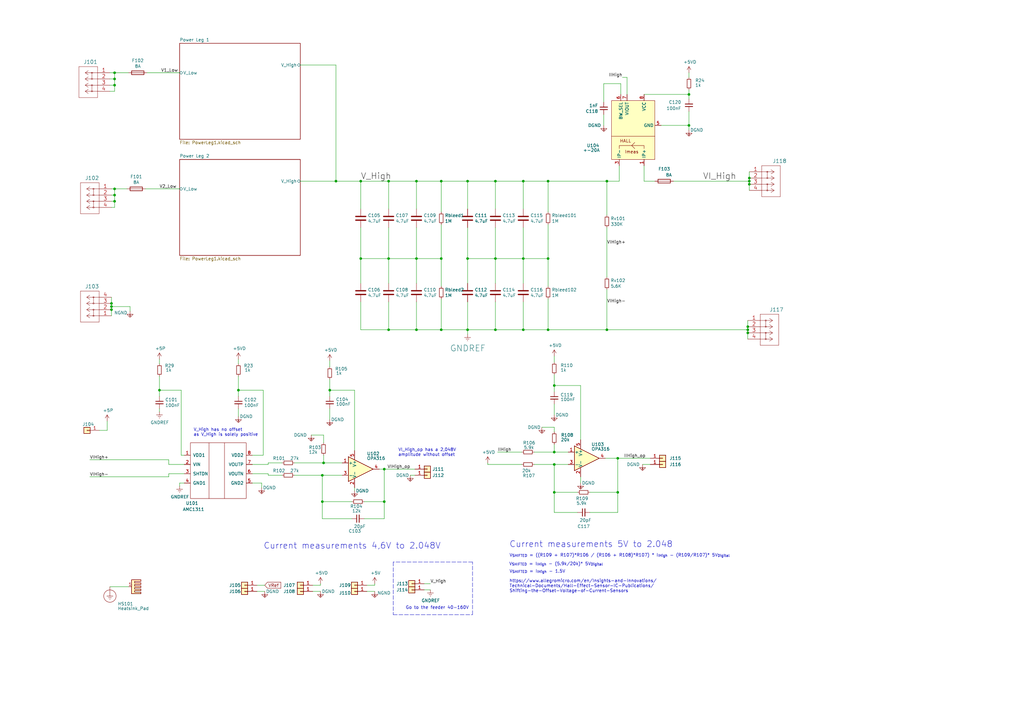
<source format=kicad_sch>
(kicad_sch (version 20211123) (generator eeschema)
  (paper "A3")
  (title_block (title "Power Board Scheme") (date "20/04/15") (company "https://gitlab.laas.fr/owntech/1leg/-/tree/V1.1.1/KiCAD_files") (comment 1 "Alinei") (comment 2 "Villa") (comment 3 "Villa") (comment 4 "GFE"))
  (junction (at 307.34 74.295))
  (junction (at 180.975 135.255))
  (junction (at 46.99 77.47))
  (junction (at 159.385 74.295))
  (junction (at 45.72 124.46))
  (junction (at 253.365 201.93))
  (junction (at 227.33 185.42))
  (junction (at 307.34 73.025))
  (junction (at 282.575 51.435))
  (junction (at 132.207 194.945))
  (junction (at 224.79 135.255))
  (junction (at 306.705 136.525))
  (junction (at 306.705 133.985))
  (junction (at 180.975 106.045))
  (junction (at 227.33 201.93))
  (junction (at 132.715 189.865))
  (junction (at 132.207 205.74))
  (junction (at 137.795 74.295))
  (junction (at 46.99 80.01))
  (junction (at 203.2 106.045))
  (junction (at 282.575 38.735))
  (junction (at 248.92 135.255))
  (junction (at 46.99 29.845))
  (junction (at 203.2 135.255))
  (junction (at 227.33 158.115))
  (junction (at 214.63 106.045))
  (junction (at 45.72 127))
  (junction (at 248.92 74.295))
  (junction (at 191.77 135.255))
  (junction (at 203.2 74.295))
  (junction (at 46.99 82.55))
  (junction (at 214.63 135.255))
  (junction (at 224.79 106.045))
  (junction (at 306.705 135.255))
  (junction (at 97.79 160.02))
  (junction (at 135.255 160.02))
  (junction (at 180.975 74.295))
  (junction (at 307.34 75.565))
  (junction (at 224.79 74.295))
  (junction (at 191.77 106.045))
  (junction (at 170.815 135.255))
  (junction (at 159.385 106.045))
  (junction (at 191.77 74.295))
  (junction (at 147.955 106.045))
  (junction (at 227.33 190.5))
  (junction (at 159.385 135.255))
  (junction (at 170.815 74.295))
  (junction (at 147.955 74.295))
  (junction (at 46.99 32.385))
  (junction (at 157.607 205.74))
  (junction (at 45.72 125.73))
  (junction (at 65.405 160.02))
  (junction (at 253.365 187.96))
  (junction (at 170.815 106.045))
  (junction (at 214.63 74.295))
  (junction (at 46.99 34.925))
  (junction (at 157.607 192.405))
  (wire (pts (xy 307.34 73.025) (xy 307.34 74.295)))
  (wire (pts (xy 227.33 182.245) (xy 227.33 185.42)))
  (wire (pts (xy 157.607 192.405) (xy 170.18 192.405)))
  (wire (pts (xy 247.65 46.99) (xy 247.65 51.435)))
  (wire (pts (xy 224.79 122.555) (xy 224.79 135.255)))
  (wire (pts (xy 137.795 74.295) (xy 147.955 74.295)))
  (polyline (pts (xy 161.29 230.505) (xy 161.29 252.095)))
  (wire (pts (xy 159.385 93.345) (xy 159.385 106.045)))
  (wire (pts (xy 149.352 205.74) (xy 157.607 205.74)))
  (wire (pts (xy 46.99 82.55) (xy 46.99 85.09)))
  (wire (pts (xy 180.975 122.555) (xy 180.975 135.255)))
  (wire (pts (xy 214.63 135.255) (xy 224.79 135.255)))
  (wire (pts (xy 65.405 167.64) (xy 65.405 168.91)))
  (wire (pts (xy 144.272 212.725) (xy 132.207 212.725)))
  (wire (pts (xy 203.2 106.045) (xy 214.63 106.045)))
  (wire (pts (xy 253.365 201.93) (xy 253.365 187.96)))
  (wire (pts (xy 132.207 194.945) (xy 140.335 194.945)))
  (wire (pts (xy 253.365 210.185) (xy 253.365 201.93)))
  (wire (pts (xy 170.815 106.045) (xy 170.815 116.205)))
  (wire (pts (xy 254.635 38.735) (xy 254.635 34.29)))
  (wire (pts (xy 150.495 242.57) (xy 153.67 242.57)))
  (wire (pts (xy 65.405 154.305) (xy 65.405 160.02)))
  (wire (pts (xy 45.72 125.73) (xy 53.34 125.73)))
  (wire (pts (xy 153.67 240.03) (xy 150.495 240.03)))
  (wire (pts (xy 159.385 106.045) (xy 159.385 116.205)))
  (wire (pts (xy 128.27 242.57) (xy 131.445 242.57)))
  (wire (pts (xy 73.66 198.12) (xy 73.66 199.39)))
  (wire (pts (xy 107.95 160.02) (xy 107.95 186.69)))
  (wire (pts (xy 214.63 93.345) (xy 214.63 106.045)))
  (wire (pts (xy 264.16 67.945) (xy 264.16 74.295)))
  (wire (pts (xy 282.575 36.83) (xy 282.575 38.735)))
  (wire (pts (xy 276.225 74.295) (xy 307.34 74.295)))
  (wire (pts (xy 203.2 135.255) (xy 214.63 135.255)))
  (wire (pts (xy 191.77 85.725) (xy 191.77 74.295)))
  (wire (pts (xy 45.085 37.465) (xy 46.99 37.465)))
  (wire (pts (xy 248.92 118.745) (xy 248.92 135.255)))
  (wire (pts (xy 132.715 181.61) (xy 132.715 178.435)))
  (wire (pts (xy 131.445 240.03) (xy 128.27 240.03)))
  (wire (pts (xy 97.79 160.02) (xy 107.95 160.02)))
  (wire (pts (xy 46.99 29.845) (xy 45.085 29.845)))
  (wire (pts (xy 46.99 37.465) (xy 46.99 34.925)))
  (wire (pts (xy 145.415 184.785) (xy 145.415 160.02)))
  (wire (pts (xy 204.089 185.42) (xy 213.995 185.42)))
  (wire (pts (xy 149.352 212.725) (xy 157.607 212.725)))
  (wire (pts (xy 59.69 77.47) (xy 73.66 77.47)))
  (wire (pts (xy 170.18 194.945) (xy 168.275 194.945)))
  (wire (pts (xy 176.53 239.395) (xy 173.99 239.395)))
  (wire (pts (xy 43.942 172.72) (xy 43.942 176.53)))
  (wire (pts (xy 147.955 74.295) (xy 159.385 74.295)))
  (wire (pts (xy 52.07 77.47) (xy 46.99 77.47)))
  (wire (pts (xy 306.705 136.525) (xy 306.705 139.065)))
  (wire (pts (xy 97.79 154.305) (xy 97.79 160.02)))
  (wire (pts (xy 248.92 88.265) (xy 248.92 74.295)))
  (wire (pts (xy 170.815 123.825) (xy 170.815 135.255)))
  (wire (pts (xy 170.815 93.345) (xy 170.815 106.045)))
  (wire (pts (xy 147.955 135.255) (xy 159.385 135.255)))
  (wire (pts (xy 69.215 188.595) (xy 36.83 188.595)))
  (wire (pts (xy 238.125 158.115) (xy 238.125 180.34)))
  (wire (pts (xy 191.77 74.295) (xy 203.2 74.295)))
  (wire (pts (xy 180.975 86.995) (xy 180.975 74.295)))
  (wire (pts (xy 97.79 147.32) (xy 97.79 149.225)))
  (wire (pts (xy 159.385 85.725) (xy 159.385 74.295)))
  (wire (pts (xy 248.92 93.345) (xy 248.92 113.665)))
  (wire (pts (xy 236.855 201.93) (xy 227.33 201.93)))
  (wire (pts (xy 159.385 123.825) (xy 159.385 135.255)))
  (wire (pts (xy 214.63 74.295) (xy 224.79 74.295)))
  (wire (pts (xy 227.33 146.05) (xy 227.33 148.59)))
  (wire (pts (xy 45.72 125.73) (xy 45.72 124.46)))
  (wire (pts (xy 132.715 189.865) (xy 140.335 189.865)))
  (wire (pts (xy 236.855 210.185) (xy 227.33 210.185)))
  (wire (pts (xy 227.33 175.26) (xy 227.33 177.165)))
  (wire (pts (xy 105.41 242.57) (xy 108.585 242.57)))
  (wire (pts (xy 153.67 239.395) (xy 153.67 240.03)))
  (wire (pts (xy 203.2 106.045) (xy 203.2 116.205)))
  (wire (pts (xy 147.955 123.825) (xy 147.955 135.255)))
  (wire (pts (xy 74.295 186.69) (xy 75.565 186.69)))
  (wire (pts (xy 241.935 210.185) (xy 253.365 210.185)))
  (wire (pts (xy 266.7 190.5) (xy 263.525 190.5)))
  (wire (pts (xy 159.385 135.255) (xy 170.815 135.255)))
  (wire (pts (xy 147.955 106.045) (xy 147.955 116.205)))
  (wire (pts (xy 238.125 195.58) (xy 238.125 198.12)))
  (wire (pts (xy 97.79 160.02) (xy 97.79 162.56)))
  (wire (pts (xy 307.34 70.485) (xy 307.34 73.025)))
  (polyline (pts (xy 193.802 230.505) (xy 161.29 230.505)))
  (wire (pts (xy 191.77 106.045) (xy 203.2 106.045)))
  (wire (pts (xy 46.99 77.47) (xy 46.99 80.01)))
  (wire (pts (xy 224.79 135.255) (xy 248.92 135.255)))
  (wire (pts (xy 65.405 160.02) (xy 65.405 162.56)))
  (wire (pts (xy 214.63 85.725) (xy 214.63 74.295)))
  (wire (pts (xy 115.697 189.865) (xy 109.982 189.865)))
  (wire (pts (xy 306.705 133.985) (xy 306.705 131.445)))
  (wire (pts (xy 254.635 34.29) (xy 247.65 34.29)))
  (wire (pts (xy 45.085 34.925) (xy 46.99 34.925)))
  (wire (pts (xy 69.215 194.31) (xy 69.215 195.58)))
  (wire (pts (xy 203.2 123.825) (xy 203.2 135.255)))
  (wire (pts (xy 45.72 124.46) (xy 45.72 121.92)))
  (wire (pts (xy 224.79 92.075) (xy 224.79 106.045)))
  (wire (pts (xy 65.405 147.32) (xy 65.405 149.225)))
  (wire (pts (xy 307.34 75.565) (xy 307.34 78.105)))
  (wire (pts (xy 75.565 198.12) (xy 73.66 198.12)))
  (wire (pts (xy 52.705 240.665) (xy 45.085 240.665)))
  (wire (pts (xy 65.405 160.02) (xy 74.295 160.02)))
  (wire (pts (xy 43.942 176.53) (xy 40.767 176.53)))
  (wire (pts (xy 264.16 38.735) (xy 282.575 38.735)))
  (wire (pts (xy 191.77 135.255) (xy 203.2 135.255)))
  (wire (pts (xy 227.33 160.655) (xy 227.33 158.115)))
  (wire (pts (xy 45.72 82.55) (xy 46.99 82.55)))
  (wire (pts (xy 120.777 189.865) (xy 132.715 189.865)))
  (wire (pts (xy 170.815 135.255) (xy 180.975 135.255)))
  (wire (pts (xy 127.635 178.435) (xy 132.715 178.435)))
  (wire (pts (xy 45.72 125.73) (xy 45.72 127)))
  (wire (pts (xy 132.207 212.725) (xy 132.207 205.74)))
  (wire (pts (xy 145.415 200.025) (xy 145.415 201.295)))
  (wire (pts (xy 135.255 155.575) (xy 135.255 160.02)))
  (wire (pts (xy 255.27 31.75) (xy 257.175 31.75)))
  (wire (pts (xy 203.2 74.295) (xy 214.63 74.295)))
  (wire (pts (xy 282.575 45.72) (xy 282.575 51.435)))
  (wire (pts (xy 137.795 26.67) (xy 137.795 74.295)))
  (wire (pts (xy 157.607 212.725) (xy 157.607 205.74)))
  (wire (pts (xy 123.19 26.67) (xy 137.795 26.67)))
  (wire (pts (xy 132.207 205.74) (xy 144.272 205.74)))
  (wire (pts (xy 219.075 185.42) (xy 227.33 185.42)))
  (wire (pts (xy 157.607 192.405) (xy 157.607 205.74)))
  (wire (pts (xy 46.99 85.09) (xy 45.72 85.09)))
  (wire (pts (xy 157.607 192.405) (xy 155.575 192.405)))
  (wire (pts (xy 147.955 106.045) (xy 159.385 106.045)))
  (wire (pts (xy 180.975 117.475) (xy 180.975 106.045)))
  (wire (pts (xy 306.705 135.255) (xy 306.705 133.985)))
  (wire (pts (xy 180.975 135.255) (xy 191.77 135.255)))
  (wire (pts (xy 103.505 194.31) (xy 109.982 194.31)))
  (wire (pts (xy 53.34 127.635) (xy 53.34 125.73)))
  (wire (pts (xy 103.505 198.12) (xy 107.315 198.12)))
  (wire (pts (xy 248.92 135.255) (xy 306.705 135.255)))
  (wire (pts (xy 224.79 117.475) (xy 224.79 106.045)))
  (wire (pts (xy 224.79 74.295) (xy 248.92 74.295)))
  (wire (pts (xy 46.99 34.925) (xy 46.99 32.385)))
  (wire (pts (xy 109.982 189.865) (xy 109.982 190.5)))
  (wire (pts (xy 180.975 92.075) (xy 180.975 106.045)))
  (wire (pts (xy 248.285 187.96) (xy 253.365 187.96)))
  (wire (pts (xy 69.215 190.5) (xy 69.215 188.595)))
  (wire (pts (xy 282.575 38.735) (xy 282.575 40.64)))
  (wire (pts (xy 135.255 147.955) (xy 135.255 150.495)))
  (wire (pts (xy 282.575 51.435) (xy 282.575 53.34)))
  (wire (pts (xy 200.025 190.5) (xy 213.995 190.5)))
  (wire (pts (xy 227.33 201.93) (xy 227.33 190.5)))
  (wire (pts (xy 203.2 93.345) (xy 203.2 106.045)))
  (wire (pts (xy 271.145 51.435) (xy 282.575 51.435)))
  (wire (pts (xy 173.99 241.935) (xy 176.53 241.935)))
  (wire (pts (xy 147.955 85.725) (xy 147.955 74.295)))
  (wire (pts (xy 224.79 86.995) (xy 224.79 74.295)))
  (wire (pts (xy 109.982 190.5) (xy 103.505 190.5)))
  (wire (pts (xy 180.975 74.295) (xy 191.77 74.295)))
  (wire (pts (xy 36.83 195.58) (xy 69.215 195.58)))
  (wire (pts (xy 46.99 80.01) (xy 46.99 82.55)))
  (wire (pts (xy 109.982 194.31) (xy 109.982 194.945)))
  (wire (pts (xy 203.2 85.725) (xy 203.2 74.295)))
  (wire (pts (xy 105.41 240.03) (xy 108.585 240.03)))
  (wire (pts (xy 200.025 190.5) (xy 200.025 189.865)))
  (wire (pts (xy 45.72 127) (xy 45.72 129.54)))
  (wire (pts (xy 227.33 190.5) (xy 233.045 190.5)))
  (wire (pts (xy 191.77 106.045) (xy 191.77 116.205)))
  (polyline (pts (xy 193.802 252.095) (xy 193.802 230.505)))
  (wire (pts (xy 135.255 160.02) (xy 145.415 160.02)))
  (wire (pts (xy 75.565 194.31) (xy 69.215 194.31)))
  (wire (pts (xy 74.295 160.02) (xy 74.295 186.69)))
  (wire (pts (xy 227.33 165.735) (xy 227.33 170.18)))
  (wire (pts (xy 45.72 80.01) (xy 46.99 80.01)))
  (wire (pts (xy 247.65 34.29) (xy 247.65 41.91)))
  (polyline (pts (xy 161.29 252.095) (xy 193.802 252.095)))
  (wire (pts (xy 257.175 38.735) (xy 257.175 31.75)))
  (wire (pts (xy 180.975 106.045) (xy 170.815 106.045)))
  (wire (pts (xy 227.33 158.115) (xy 238.125 158.115)))
  (wire (pts (xy 170.815 85.725) (xy 170.815 74.295)))
  (wire (pts (xy 60.325 29.845) (xy 73.66 29.845)))
  (wire (pts (xy 191.77 123.825) (xy 191.77 135.255)))
  (wire (pts (xy 123.19 74.295) (xy 137.795 74.295)))
  (wire (pts (xy 214.63 106.045) (xy 214.63 116.205)))
  (wire (pts (xy 248.92 74.295) (xy 254 74.295)))
  (wire (pts (xy 214.63 123.825) (xy 214.63 135.255)))
  (wire (pts (xy 241.935 201.93) (xy 253.365 201.93)))
  (wire (pts (xy 75.565 190.5) (xy 69.215 190.5)))
  (wire (pts (xy 191.77 93.345) (xy 191.77 106.045)))
  (wire (pts (xy 131.445 239.395) (xy 131.445 240.03)))
  (wire (pts (xy 306.705 135.255) (xy 306.705 136.525)))
  (wire (pts (xy 120.777 194.945) (xy 132.207 194.945)))
  (wire (pts (xy 222.25 175.26) (xy 227.33 175.26)))
  (wire (pts (xy 132.715 186.69) (xy 132.715 189.865)))
  (wire (pts (xy 227.33 153.67) (xy 227.33 158.115)))
  (wire (pts (xy 264.16 74.295) (xy 268.605 74.295)))
  (wire (pts (xy 224.79 106.045) (xy 214.63 106.045)))
  (wire (pts (xy 107.315 198.12) (xy 107.315 200.025)))
  (wire (pts (xy 135.255 167.64) (xy 135.255 172.085)))
  (wire (pts (xy 227.33 210.185) (xy 227.33 201.93)))
  (wire (pts (xy 132.207 194.945) (xy 132.207 205.74)))
  (wire (pts (xy 46.99 32.385) (xy 46.99 29.845)))
  (wire (pts (xy 254 67.945) (xy 254 74.295)))
  (wire (pts (xy 159.385 74.295) (xy 170.815 74.295)))
  (wire (pts (xy 282.575 29.845) (xy 282.575 31.75)))
  (wire (pts (xy 46.99 77.47) (xy 45.72 77.47)))
  (wire (pts (xy 159.385 106.045) (xy 170.815 106.045)))
  (wire (pts (xy 307.34 74.295) (xy 307.34 75.565)))
  (wire (pts (xy 147.955 93.345) (xy 147.955 106.045)))
  (wire (pts (xy 45.085 32.385) (xy 46.99 32.385)))
  (wire (pts (xy 97.79 167.64) (xy 97.79 170.815)))
  (wire (pts (xy 109.982 194.945) (xy 115.697 194.945)))
  (wire (pts (xy 219.075 190.5) (xy 227.33 190.5)))
  (wire (pts (xy 233.045 185.42) (xy 227.33 185.42)))
  (wire (pts (xy 135.255 162.56) (xy 135.255 160.02)))
  (wire (pts (xy 103.505 186.69) (xy 107.95 186.69)))
  (wire (pts (xy 52.705 29.845) (xy 46.99 29.845)))
  (wire (pts (xy 253.365 187.96) (xy 266.7 187.96)))
  (wire (pts (xy 170.815 74.295) (xy 180.975 74.295)))
  (wire (pts (xy 191.77 135.255) (xy 191.77 137.16)))
  (text "https://www.allegromicro.com/en/Insights-and-Innovations/\nTechnical-Documents/Hall-Effect-Sensor-IC-Publications/\nShifting-the-Offset-Voltage-of-Current-Sensors" (at 208.915 243.205 0) (effects (font (size 1.27 1.27)) (justify left bottom)))
  (text "V_{SHIFTED} = I_{IHigh} - 1.5V\n" (at 208.915 235.204 0) (effects (font (size 1.27 1.27)) (justify left bottom)))
  (text "Go to the feeder 40-160V" (at 166.37 250.063 0) (effects (font (size 1.27 1.27)) (justify left bottom)))
  (text "V_{SHIFTED} = I_{IHigh} - (5.9k/20k)* 5V_{Digital}" (at 208.788 232.156 0) (effects (font (size 1.27 1.27)) (justify left bottom)))
  (text "V_High has no offset \nas V_High is solely positive\n" (at 79.375 179.07 0) (effects (font (size 1.2446 1.2446)) (justify left bottom)))
  (text "VI_High_op has a 2,048V \namplitude without offset" (at 163.322 187.325 0) (effects (font (size 1.2446 1.2446)) (justify left bottom)))
  (text "Current measurements 5V to 2.048\n" (at 208.915 224.79 0) (effects (font (size 2.4892 2.4892)) (justify left bottom)))
  (text "Current measurements 4,6V to 2.048V\n" (at 108.077 225.425 0) (effects (font (size 2.4892 2.4892)) (justify left bottom)))
  (text "V_{SHIFTED} = ((R109 + R107)*R106 / (R106 + R108)*R107) * I_{IHigh} - (R109/R107)* 5V_{Digital}" (at 208.915 228.6 0) (effects (font (size 1.27 1.27)) (justify left bottom)))
  (label "VIHigh-" (at 36.83 195.58 0))
  (label "VI_High" (at 288.29 74.295 0) (effects (font (size 2.4892 2.4892))))
  (label "V2_Low" (at 65.405 77.47 0))
  (label "V_High" (at 147.955 74.295 0) (effects (font (size 2.4892 2.4892))))
  (label "V_High" (at 176.53 239.395 0))
  (label "V1_Low" (at 66.04 29.845 0))
  (label "VIHigh-" (at 248.92 124.46 0))
  (label "VIHigh+" (at 36.83 188.595 0))
  (label "IIHigh_op" (at 255.905 187.96 0))
  (label "IIHigh" (at 255.27 31.75 180))
  (label "VIHigh_op" (at 158.877 192.405 0))
  (label "VIHigh+" (at 248.92 100.33 0))
  (label "IIHigh" (at 204.089 185.42 0))
  (global_label "VRef" (shape input) (at 108.585 240.03 0) (property "Références Inter-Feuilles" "${INTERSHEET_REFS}" (effects hide)))
  (symbol (lib_id "Symbols:ACS723") (at 260.35 55.245 270) (mirror x) (unit 1)
    (property "Reference" "U104" (at 243.205 59.69 90))
    (property "Value" "+-20A" (at 242.57 61.595 90))
    (property "Footprint" "Package_SO:SOIC-8_3.9x4.9mm_P1.27mm" (effects hide))
    (property "Datasheet" "http://www.allegromicro.com/~/media/Files/Datasheets/ACS712-Datasheet.ashx?la=en" (effects hide))
    (property "manf#" "ACS712ELCTR-20A-T" (effects hide))
  )
  (symbol (lib_name "C_Small_2") (lib_id "Device:C_Small") (at 282.575 43.18 180) (unit 1)
    (property "Reference" "C120" (at 279.4 41.91 0) (effects (justify left)))
    (property "Value" "100nF" (at 279.4 44.45 0) (effects (justify left)))
    (property "Footprint" "Capacitor_SMD:C_1206_3216Metric" (effects hide))
    (property "manf#" "CC0805KRX7R9BB104" (effects hide))
  )
  (symbol (lib_name "C_Small_3") (lib_id "Device:C_Small") (at 247.65 44.45 180) (unit 1)
    (property "Reference" "C118" (at 245.3132 45.6184 0) (effects (justify left)))
    (property "Value" "1nF" (at 245.3132 43.307 0) (effects (justify left)))
    (property "Footprint" "Capacitor_SMD:C_0805_2012Metric" (effects hide))
    (property "manf#" "885382207004" (effects hide))
  )
  (symbol (lib_id "Device:C") (at 147.955 89.535 0) (unit 1)
    (property "Reference" "C105" (at 150.876 88.3666 0) (effects (justify left)))
    (property "Value" "4.7uF" (at 150.876 90.678 0) (effects (justify left)))
    (property "Footprint" "Capacitor_SMD:C_1210_3225Metric" (effects hide))
    (property "manf#" "12101C475K4Z2A" (effects hide))
  )
  (symbol (lib_id "Symbols:2604-1102") (at 35.56 124.46 180) (unit 1)
    (property "Reference" "J103" (at 40.64 117.475 0) (effects (font (size 1.524 1.524)) (justify left)))
    (property "Value" "2604-1102" (effects hide))
    (property "Footprint" "Footprints:WAGO-2604-1102" (effects hide))
    (property "Datasheet" "https://www.wago.com/fr/connexion-de-circuits-imprim%C3%A9s/borne-pour-circuits-imprim%C3%A9s/p/2604-1102" (effects hide))
    (property "manf#" "2604-1102" (effects hide))
  )
  (symbol (lib_id "Symbols:2604-1102") (at 316.865 136.525 0) (unit 1)
    (property "Reference" "J117" (at 315.595 127 0) (effects (font (size 1.524 1.524)) (justify left)))
    (property "Value" "2604-1102" (effects hide))
    (property "Footprint" "Footprints:WAGO-2604-1102" (effects hide))
    (property "Datasheet" "https://www.wago.com/fr/connexion-de-circuits-imprim%C3%A9s/borne-pour-circuits-imprim%C3%A9s/p/2604-1102" (effects hide))
    (property "manf#" "2604-1102" (effects hide))
  )
  (symbol (lib_id "Symbols:2604-1102") (at 317.5 75.565 0) (unit 1)
    (property "Reference" "J118" (at 316.865 66.04 0) (effects (font (size 1.524 1.524)) (justify left)))
    (property "Value" "2604-1102" (effects hide))
    (property "Footprint" "Footprints:WAGO-2604-1102" (effects hide))
    (property "Datasheet" "https://www.wago.com/fr/connexion-de-circuits-imprim%C3%A9s/borne-pour-circuits-imprim%C3%A9s/p/2604-1102" (effects hide))
    (property "manf#" "2604-1102" (effects hide))
  )
  (symbol (lib_name "R_Small_4") (lib_id "Device:R_Small") (at 224.79 89.535 0) (unit 1)
    (property "Reference" "Rbleed101" (at 226.2886 88.3666 0) (effects (justify left)))
    (property "Value" "1M" (at 226.2886 90.678 0) (effects (justify left)))
    (property "Footprint" "Resistor_SMD:R_0805_2012Metric" (effects hide))
    (property "manf#" "CMP0805-FX-1004ELF" (effects hide))
  )
  (symbol (lib_name "R_Small_7") (lib_id "Device:R_Small") (at 224.79 120.015 0) (unit 1)
    (property "Reference" "Rbleed102" (at 226.2886 118.8466 0) (effects (justify left)))
    (property "Value" "1M" (at 226.2886 121.158 0) (effects (justify left)))
    (property "Footprint" "Resistor_SMD:R_0805_2012Metric" (effects hide))
    (property "manf#" "CMP0805-FX-1004ELF" (effects hide))
  )
  (symbol (lib_name "R_Small_5") (lib_id "Device:R_Small") (at 248.92 90.805 0) (unit 1)
    (property "Reference" "Rv101" (at 250.4186 89.6366 0) (effects (justify left)))
    (property "Value" "330K" (at 250.4186 91.948 0) (effects (justify left)))
    (property "Footprint" "Resistor_SMD:R_0805_2012Metric" (effects hide))
    (property "manf#" "RG2012P-334-B-T5" (effects hide))
  )
  (symbol (lib_name "R_Small_6") (lib_id "Device:R_Small") (at 248.92 116.205 0) (unit 1)
    (property "Reference" "Rv102" (at 250.4186 115.0366 0) (effects (justify left)))
    (property "Value" "5.6K" (at 250.4186 117.348 0) (effects (justify left)))
    (property "Footprint" "Resistor_SMD:R_0805_2012Metric" (effects hide))
    (property "manf#" "ERA-6AEB562V" (effects hide))
  )
  (symbol (lib_name "C_5") (lib_id "Device:C") (at 159.385 89.535 0) (unit 1)
    (property "Reference" "C107" (at 162.306 88.3666 0) (effects (justify left)))
    (property "Value" "4.7uF" (at 162.306 90.678 0) (effects (justify left)))
    (property "Footprint" "Capacitor_SMD:C_1210_3225Metric" (effects hide))
    (property "manf#" "12101C475K4Z2A" (effects hide))
  )
  (symbol (lib_name "C_7") (lib_id "Device:C") (at 170.815 89.535 0) (unit 1)
    (property "Reference" "C109" (at 173.736 88.3666 0) (effects (justify left)))
    (property "Value" "4.7uF" (at 173.736 90.678 0) (effects (justify left)))
    (property "Footprint" "Capacitor_SMD:C_1210_3225Metric" (effects hide))
    (property "manf#" "12101C475K4Z2A" (effects hide))
  )
  (symbol (lib_name "C_6") (lib_id "Device:C") (at 191.77 89.535 0) (unit 1)
    (property "Reference" "C111" (at 194.691 88.3666 0) (effects (justify left)))
    (property "Value" "4.7uF" (at 194.691 90.678 0) (effects (justify left)))
    (property "Footprint" "Capacitor_SMD:C_1210_3225Metric" (effects hide))
    (property "manf#" "12101C475K4Z2A" (effects hide))
  )
  (symbol (lib_name "C_8") (lib_id "Device:C") (at 203.2 89.535 0) (unit 1)
    (property "Reference" "C113" (at 206.121 88.3666 0) (effects (justify left)))
    (property "Value" "4.7uF" (at 206.121 90.678 0) (effects (justify left)))
    (property "Footprint" "Capacitor_SMD:C_1210_3225Metric" (effects hide))
    (property "manf#" "12101C475K4Z2A" (effects hide))
  )
  (symbol (lib_name "C_9") (lib_id "Device:C") (at 214.63 89.535 0) (unit 1)
    (property "Reference" "C115" (at 217.551 88.3666 0) (effects (justify left)))
    (property "Value" "4.7uF" (at 217.551 90.678 0) (effects (justify left)))
    (property "Footprint" "Capacitor_SMD:C_1210_3225Metric" (effects hide))
    (property "manf#" "12101C475K4Z2A" (effects hide))
  )
  (symbol (lib_name "C_11") (lib_id "Device:C") (at 147.955 120.015 0) (unit 1)
    (property "Reference" "C106" (at 150.876 118.8466 0) (effects (justify left)))
    (property "Value" "4.7uF" (at 150.876 121.158 0) (effects (justify left)))
    (property "Footprint" "Capacitor_SMD:C_1210_3225Metric" (effects hide))
    (property "manf#" "12101C475K4Z2A" (effects hide))
  )
  (symbol (lib_name "C_1") (lib_id "Device:C") (at 159.385 120.015 0) (unit 1)
    (property "Reference" "C108" (at 162.306 118.8466 0) (effects (justify left)))
    (property "Value" "4.7uF" (at 162.306 121.158 0) (effects (justify left)))
    (property "Footprint" "Capacitor_SMD:C_1210_3225Metric" (effects hide))
    (property "manf#" "12101C475K4Z2A" (effects hide))
  )
  (symbol (lib_name "C_2") (lib_id "Device:C") (at 170.815 120.015 0) (unit 1)
    (property "Reference" "C110" (at 173.736 118.8466 0) (effects (justify left)))
    (property "Value" "4.7uF" (at 173.736 121.158 0) (effects (justify left)))
    (property "Footprint" "Capacitor_SMD:C_1210_3225Metric" (effects hide))
    (property "manf#" "12101C475K4Z2A" (effects hide))
  )
  (symbol (lib_name "C_3") (lib_id "Device:C") (at 191.77 120.015 0) (unit 1)
    (property "Reference" "C112" (at 194.691 118.8466 0) (effects (justify left)))
    (property "Value" "4.7uF" (at 194.691 121.158 0) (effects (justify left)))
    (property "Footprint" "Capacitor_SMD:C_1210_3225Metric" (effects hide))
    (property "manf#" "12101C475K4Z2A" (effects hide))
  )
  (symbol (lib_name "C_4") (lib_id "Device:C") (at 203.2 120.015 0) (unit 1)
    (property "Reference" "C114" (at 206.121 118.8466 0) (effects (justify left)))
    (property "Value" "4.7uF" (at 206.121 121.158 0) (effects (justify left)))
    (property "Footprint" "Capacitor_SMD:C_1210_3225Metric" (effects hide))
    (property "manf#" "12101C475K4Z2A" (effects hide))
  )
  (symbol (lib_name "C_10") (lib_id "Device:C") (at 214.63 120.015 0) (unit 1)
    (property "Reference" "C116" (at 217.551 118.8466 0) (effects (justify left)))
    (property "Value" "4.7uF" (at 217.551 121.158 0) (effects (justify left)))
    (property "Footprint" "Capacitor_SMD:C_1210_3225Metric" (effects hide))
    (property "manf#" "12101C475K4Z2A" (effects hide))
  )
  (symbol (lib_id "Mechanical:Heatsink_Pad") (at 55.245 240.665 270) (unit 1)
    (property "Reference" "HS101" (at 48.26 247.65 90) (effects (justify left)))
    (property "Value" "Heatsink_Pad" (at 48.26 249.555 90) (effects (justify left)))
    (property "Footprint" "Footprints:custom_heatsink" (effects hide))
    (property "DNP" "x" (effects hide))
  )
  (symbol (lib_id "Symbols:AMC1311") (at 89.535 194.31 0) (unit 1)
    (property "Reference" "U101" (at 78.74 206.375 0))
    (property "Value" "AMC1311" (at 79.375 208.915 0))
    (property "Footprint" "Footprints:SOIC-8_7.5x5.85mm_P1.27mm" (effects hide))
    (property "Datasheet" "https://www.ti.com/lit/ds/symlink/amc1311.pdf?ts=1597049043074&ref_url=https%253A%252F%252Fwww.google.com%252F" (effects hide))
    (property "manf#" "AMC1311DWVR" (effects hide))
  )
  (symbol (lib_name "Conn_01x01_1") (lib_id "Connector_Generic:Conn_01x01") (at 271.78 190.5 0) (unit 1)
    (property "Reference" "J116" (at 279.4 190.5 0) (effects (justify right)))
    (property "Value" "Conn_01x01" (effects hide))
    (property "Footprint" "Footprints:0906_millmax" (effects hide))
    (property "manf#" "0906-0-15-20-76-14-11-0" (effects hide))
  )
  (symbol (lib_name "Conn_01x01_12") (lib_id "Connector_Generic:Conn_01x01") (at 145.415 242.57 180) (unit 1)
    (property "Reference" "J110" (at 139.065 243.205 0) (effects (justify right)))
    (property "Value" "Conn_01x01" (effects hide))
    (property "Footprint" "Footprints:0906_millmax" (effects hide))
    (property "manf#" "0906-0-15-20-76-14-11-0" (effects hide))
  )
  (symbol (lib_id "Connector_Generic:Conn_01x01") (at 145.415 240.03 180) (unit 1)
    (property "Reference" "J109" (at 139.065 240.03 0) (effects (justify right)))
    (property "Value" "Conn_01x01" (effects hide))
    (property "Footprint" "Footprints:0906_millmax" (effects hide))
    (property "manf#" "0906-0-15-20-76-14-11-0" (effects hide))
  )
  (symbol (lib_name "Fuse_1") (lib_id "Device:Fuse") (at 272.415 74.295 270) (unit 1)
    (property "Reference" "F103" (at 272.415 69.2912 90))
    (property "Value" "8A" (at 274.32 71.755 90))
    (property "Footprint" "Footprints:Fuse_holder_omni_blok" (effects hide))
    (property "manf#" "0154008.DRL" (effects hide))
  )
  (symbol (lib_name "C_Small_1") (lib_id "Device:C_Small") (at 227.33 163.195 0) (unit 1)
    (property "Reference" "C119" (at 229.87 161.925 0) (effects (justify left)))
    (property "Value" "100nF" (at 229.87 163.83 0) (effects (justify left)))
    (property "Footprint" "Capacitor_SMD:C_0805_2012Metric" (effects hide))
    (property "manf#" "CC0805KRX7R9BB104" (effects hide))
  )
  (symbol (lib_id "power:+5V") (at 153.67 239.395 0) (unit 1)
    (property "Reference" "#PWR0112" (effects hide))
    (property "Value" "+5V" (at 154.051 235.0008 0))
  )
  (symbol (lib_name "Conn_01x01_4") (lib_id "Connector_Generic:Conn_01x01") (at 175.26 192.405 0) (unit 1)
    (property "Reference" "J111" (at 182.118 192.405 0) (effects (justify right)))
    (property "Value" "Conn_01x01" (effects hide))
    (property "Footprint" "Footprints:0906_millmax" (effects hide))
    (property "manf#" "0906-0-15-20-76-14-11-0" (effects hide))
  )
  (symbol (lib_name "Conn_01x01_3") (lib_id "Connector_Generic:Conn_01x01") (at 175.26 194.945 0) (unit 1)
    (property "Reference" "J112" (at 182.118 194.945 0) (effects (justify right)))
    (property "Value" "Conn_01x01" (effects hide))
    (property "Footprint" "Footprints:0906_millmax" (effects hide))
    (property "manf#" "0906-0-15-20-76-14-11-0" (effects hide))
  )
  (symbol (lib_name "Conn_01x01_7") (lib_id "Connector_Generic:Conn_01x01") (at 100.33 240.03 180) (unit 1)
    (property "Reference" "J105" (at 93.98 240.03 0) (effects (justify right)))
    (property "Value" "Conn_01x01" (effects hide))
    (property "Footprint" "Footprints:0906_millmax" (effects hide))
    (property "manf#" "0906-0-15-20-76-14-11-0" (effects hide))
  )
  (symbol (lib_name "Conn_01x01_5") (lib_id "Connector_Generic:Conn_01x01") (at 35.687 176.53 180) (unit 1)
    (property "Reference" "J104" (at 33.782 173.99 0) (effects (justify right)))
    (property "Value" "Conn_01x01" (effects hide))
    (property "Footprint" "Footprints:0906_millmax" (effects hide))
    (property "manf#" "0906-0-15-20-76-14-11-0" (effects hide))
  )
  (symbol (lib_name "+5P_1") (lib_id "power:+5P") (at 43.942 172.72 0) (unit 1)
    (property "Reference" "#PWR0102" (effects hide))
    (property "Value" "+5P" (at 44.323 168.3258 0))
  )
  (symbol (lib_name "Conn_01x01_2") (lib_id "Connector_Generic:Conn_01x01") (at 271.78 187.96 0) (unit 1)
    (property "Reference" "J115" (at 279.4 187.96 0) (effects (justify right)))
    (property "Value" "Conn_01x01" (effects hide))
    (property "Footprint" "Footprints:0906_millmax" (effects hide))
    (property "manf#" "0906-0-15-20-76-14-11-0" (effects hide))
  )
  (symbol (lib_name "TLV6001DCK_1") (lib_id "Amplifier_Operational:TLV6001DCK") (at 238.125 187.96 0) (unit 1)
    (property "Reference" "U103" (at 242.57 182.245 0) (effects (justify left)))
    (property "Value" "OPA316" (at 242.57 184.15 0) (effects (justify left)))
    (property "Footprint" "Package_TO_SOT_SMD:SOT-353_SC-70-5" (effects hide))
    (property "Datasheet" "http://www.ti.com/lit/ds/symlink/tlv6001.pdf" (effects hide))
    (property "manf#" "OPA316IDCKT" (effects hide))
  )
  (symbol (lib_name "Conn_01x01_8") (lib_id "Connector_Generic:Conn_01x01") (at 123.19 242.57 180) (unit 1)
    (property "Reference" "J108" (at 116.205 242.57 0) (effects (justify right)))
    (property "Value" "Conn_01x01" (effects hide))
    (property "Footprint" "Footprints:0906_millmax" (effects hide))
    (property "manf#" "0906-0-15-20-76-14-11-0" (effects hide))
  )
  (symbol (lib_name "Conn_01x01_9") (lib_id "Connector_Generic:Conn_01x01") (at 123.19 240.03 180) (unit 1)
    (property "Reference" "J107" (at 116.205 240.03 0) (effects (justify right)))
    (property "Value" "Conn_01x01" (effects hide))
    (property "Footprint" "Footprints:0906_millmax" (effects hide))
    (property "manf#" "0906-0-15-20-76-14-11-0" (effects hide))
  )
  (symbol (lib_id "power:+5VD") (at 131.445 239.395 0) (unit 1)
    (property "Reference" "#PWR0110" (effects hide))
    (property "Value" "+5VD" (at 131.826 235.0008 0))
  )
  (symbol (lib_name "+5VD_1") (lib_id "power:+5VD") (at 227.33 146.05 0) (unit 1)
    (property "Reference" "#PWR0115" (effects hide))
    (property "Value" "+5VD" (at 227.711 141.6558 0))
  )
  (symbol (lib_name "R_Small_9") (lib_id "Device:R_Small") (at 216.535 190.5 90) (unit 1)
    (property "Reference" "R107" (at 219.456 195.072 90) (effects (justify left)))
    (property "Value" "20k" (at 217.805 193.04 90) (effects (justify left)))
    (property "Footprint" "Resistor_SMD:R_0805_2012Metric" (effects hide))
    (property "manf#" "ERJ6RED2003V" (effects hide))
  )
  (symbol (lib_name "R_Small_8") (lib_id "Device:R_Small") (at 239.395 201.93 90) (unit 1)
    (property "Reference" "R109" (at 241.3 204.47 90) (effects (justify left)))
    (property "Value" "5.9k" (at 240.665 206.375 90) (effects (justify left)))
    (property "Footprint" "Resistor_SMD:R_0805_2012Metric" (effects hide))
    (property "manf#" "CR0805-FX-8202ELF" (effects hide))
  )
  (symbol (lib_name "R_Small_11") (lib_id "Device:R_Small") (at 118.237 189.865 90) (unit 1)
    (property "Reference" "R101" (at 116.967 187.96 90) (effects (justify left)))
    (property "Value" "27k" (at 122.682 187.96 90) (effects (justify left)))
    (property "Footprint" "Resistor_SMD:R_0805_2012Metric" (effects hide))
    (property "manf#" "RC0805FR-0727KL" (effects hide))
  )
  (symbol (lib_name "R_Small_14") (lib_id "Device:R_Small") (at 118.237 194.945 90) (unit 1)
    (property "Reference" "R102" (at 116.967 193.04 90) (effects (justify left)))
    (property "Value" "27k" (at 122.682 193.04 90) (effects (justify left)))
    (property "Footprint" "Resistor_SMD:R_0805_2012Metric" (effects hide))
    (property "manf#" "RC0805FR-0727KL" (effects hide))
  )
  (symbol (lib_id "Amplifier_Operational:TLV6001DCK") (at 145.415 192.405 0) (unit 1)
    (property "Reference" "U102" (at 150.495 186.055 0) (effects (justify left)))
    (property "Value" "OPA316" (at 150.495 187.96 0) (effects (justify left)))
    (property "Footprint" "Package_TO_SOT_SMD:SOT-353_SC-70-5" (effects hide))
    (property "Datasheet" "http://www.ti.com/lit/ds/symlink/tlv6001.pdf" (effects hide))
    (property "manf#" "OPA316IDCKT" (effects hide))
  )
  (symbol (lib_name "R_Small_13") (lib_id "Device:R_Small") (at 132.715 184.15 0) (unit 1)
    (property "Reference" "R103" (at 126.619 183.515 0) (effects (justify left)))
    (property "Value" "12k" (at 126.619 185.42 0) (effects (justify left)))
    (property "Footprint" "Resistor_SMD:R_0805_2012Metric" (effects hide))
    (property "manf#" "RC0805FR-0712KL" (effects hide))
  )
  (symbol (lib_id "Device:R_Small") (at 146.812 205.74 90) (unit 1)
    (property "Reference" "R104" (at 148.717 207.645 90) (effects (justify left)))
    (property "Value" "12k" (at 148.082 209.55 90) (effects (justify left)))
    (property "Footprint" "Resistor_SMD:R_0805_2012Metric" (effects hide))
    (property "manf#" "RC0805FR-0712KL" (effects hide))
  )
  (symbol (lib_name "Conn_01x01_6") (lib_id "Connector_Generic:Conn_01x01") (at 100.33 242.57 180) (unit 1)
    (property "Reference" "J106" (at 93.98 242.57 0) (effects (justify right)))
    (property "Value" "Conn_01x01" (effects hide))
    (property "Footprint" "Footprints:0906_millmax" (effects hide))
    (property "manf#" "0906-0-15-20-76-14-11-0" (effects hide))
  )
  (symbol (lib_name "Conn_01x01_10") (lib_id "Connector_Generic:Conn_01x01") (at 168.91 239.395 180) (unit 1)
    (property "Reference" "J113" (at 162.56 239.395 0) (effects (justify right)))
    (property "Value" "Conn_01x01" (effects hide))
    (property "Footprint" "Footprints:0906_millmax" (effects hide))
    (property "manf#" "0906-0-15-20-76-14-11-0" (effects hide))
  )
  (symbol (lib_name "Conn_01x01_11") (lib_id "Connector_Generic:Conn_01x01") (at 168.91 241.935 180) (unit 1)
    (property "Reference" "J114" (at 162.56 241.935 0) (effects (justify right)))
    (property "Value" "Conn_01x01" (effects hide))
    (property "Footprint" "Footprints:0906_millmax" (effects hide))
    (property "manf#" "0906-0-15-20-76-14-11-0" (effects hide))
  )
  (symbol (lib_id "power:GNDREF") (at 176.53 241.935 0) (unit 1)
    (property "Reference" "#PWR0114" (effects hide))
    (property "Value" "GNDREF" (at 176.657 246.3292 0))
  )
  (symbol (lib_name "C_Small_6") (lib_id "Device:C_Small") (at 65.405 165.1 0) (unit 1)
    (property "Reference" "C101" (at 67.7418 163.9316 0) (effects (justify left)))
    (property "Value" "100nF" (at 67.7418 166.243 0) (effects (justify left)))
    (property "Footprint" "Capacitor_SMD:C_1206_3216Metric" (effects hide))
    (property "manf#" "CC0805KRX7R9BB104" (effects hide))
  )
  (symbol (lib_name "GNDREF_1") (lib_id "power:GNDREF") (at 191.77 137.16 0) (unit 1)
    (property "Reference" "#PWR0113" (effects hide))
    (property "Value" "GNDREF" (at 191.897 142.8242 0) (effects (font (size 2.4892 2.4892))))
  )
  (symbol (lib_id "power:Earth_Protective") (at 45.085 240.665 0) (unit 1)
    (property "Reference" "#PWR0101" (effects hide))
    (property "Value" "Earth_Protective" (effects hide))
  )
  (symbol (lib_name "GNDREF_3") (lib_id "power:GNDREF") (at 65.405 168.91 0) (unit 1)
    (property "Reference" "#PWR0104" (effects hide))
    (property "Value" "GNDREF" (at 65.532 173.3042 0))
  )
  (symbol (lib_name "GNDREF_2") (lib_id "power:GNDREF") (at 73.66 199.39 0) (unit 1)
    (property "Reference" "#PWR0106" (effects hide))
    (property "Value" "GNDREF" (at 73.787 203.7842 0))
  )
  (symbol (lib_name "C_Small_7") (lib_id "Device:C_Small") (at 97.79 165.1 0) (unit 1)
    (property "Reference" "C102" (at 100.1268 163.9316 0) (effects (justify left)))
    (property "Value" "100nF" (at 100.1268 166.243 0) (effects (justify left)))
    (property "Footprint" "Capacitor_SMD:C_1206_3216Metric" (effects hide))
    (property "manf#" "CC0805KRX7R9BB104" (effects hide))
  )
  (symbol (lib_name "R_Small_2") (lib_id "Device:R_Small") (at 227.33 179.705 180) (unit 1)
    (property "Reference" "R108" (at 235.204 178.435 0) (effects (justify left)))
    (property "Value" "20k" (at 233.68 180.34 0) (effects (justify left)))
    (property "Footprint" "Resistor_SMD:R_0805_2012Metric" (effects hide))
    (property "manf#" "CR0805-FX-8202ELF" (effects hide))
  )
  (symbol (lib_name "R_Small_10") (lib_id "Device:R_Small") (at 216.535 185.42 90) (unit 1)
    (property "Reference" "R106" (at 219.583 181.61 90) (effects (justify left)))
    (property "Value" "5.9k" (at 219.075 183.515 90) (effects (justify left)))
    (property "Footprint" "Resistor_SMD:R_0805_2012Metric" (effects hide))
    (property "manf#" "ERJ6RED2003V" (effects hide))
  )
  (symbol (lib_name "DGND_6") (lib_id "Symbols:DGND") (at 238.125 198.12 0) (unit 1)
    (property "Reference" "#PWR0126" (effects hide))
    (property "Value" "DGND" (at 241.3 198.12 0))
  )
  (symbol (lib_name "DGND_7") (lib_id "Symbols:DGND") (at 263.525 190.5 0) (unit 1)
    (property "Reference" "#PWR0129" (effects hide))
    (property "Value" "DGND" (at 259.715 190.5 0))
  )
  (symbol (lib_name "C_Small_5") (lib_id "Device:C_Small") (at 135.255 165.1 0) (unit 1)
    (property "Reference" "C104" (at 137.795 163.83 0) (effects (justify left)))
    (property "Value" "100nF" (at 137.795 165.735 0) (effects (justify left)))
    (property "Footprint" "Capacitor_SMD:C_0805_2012Metric" (effects hide))
    (property "manf#" "CC0805KRX7R9BB104" (effects hide))
  )
  (symbol (lib_name "DGND_14") (lib_id "Symbols:DGND") (at 131.445 242.57 0) (unit 1)
    (property "Reference" "#PWR0146" (effects hide))
    (property "Value" "DGND" (at 134.62 242.57 0))
  )
  (symbol (lib_name "DGND_2") (lib_id "Symbols:DGND") (at 227.33 170.18 0) (unit 1)
    (property "Reference" "#PWR0105" (effects hide))
    (property "Value" "DGND" (at 230.505 170.18 0))
  )
  (symbol (lib_name "R_Small_7") (lib_id "Device:R_Small") (at 180.975 120.015 0) (unit 1)
    (property "Reference" "Rbleed2" (at 182.4736 118.8466 0) (effects (justify left)))
    (property "Value" "1M" (at 182.4736 121.158 0) (effects (justify left)))
    (property "Footprint" "Resistor_SMD:R_0805_2012Metric" (effects hide))
    (property "manf#" "CMP0805-FX-1004ELF" (effects hide))
  )
  (symbol (lib_id "Symbols:NGND") (at 153.67 242.57 0) (unit 1)
    (property "Reference" "#PWR0147" (effects hide))
    (property "Value" "NGND" (at 157.48 243.205 0))
  )
  (symbol (lib_id "Symbols:DGND") (at 145.415 201.295 0) (unit 1)
    (property "Reference" "#PWR0148" (effects hide))
    (property "Value" "DGND" (at 148.59 201.295 0))
  )
  (symbol (lib_id "power:+5P") (at 65.405 147.32 0) (unit 1)
    (property "Reference" "#PWR0103" (effects hide))
    (property "Value" "+5P" (at 65.786 142.9258 0))
  )
  (symbol (lib_name "R_Small_1") (lib_id "Device:R_Small") (at 227.33 151.13 0) (unit 1)
    (property "Reference" "R110" (at 229.87 149.86 0) (effects (justify left)))
    (property "Value" "1k" (at 229.87 151.765 0) (effects (justify left)))
    (property "Footprint" "Resistor_SMD:R_0805_2012Metric" (effects hide))
    (property "manf#" "ERA-6AEB562V" (effects hide))
  )
  (symbol (lib_name "C_Small_4") (lib_id "Device:C_Small") (at 239.395 210.185 90) (unit 1)
    (property "Reference" "C117" (at 241.935 215.9 90) (effects (justify left)))
    (property "Value" "20pF" (at 242.57 213.36 90) (effects (justify left)))
    (property "Footprint" "Capacitor_SMD:C_0805_2012Metric" (effects hide))
    (property "manf#" "CC0805KRX7R9BB104" (effects hide))
  )
  (symbol (lib_name "R_Small_4") (lib_id "Device:R_Small") (at 180.975 89.535 0) (unit 1)
    (property "Reference" "Rbleed1" (at 182.4736 88.3666 0) (effects (justify left)))
    (property "Value" "1M" (at 182.4736 90.678 0) (effects (justify left)))
    (property "Footprint" "Resistor_SMD:R_0805_2012Metric" (effects hide))
    (property "manf#" "CMP0805-FX-1004ELF" (effects hide))
  )
  (symbol (lib_name "R_Small_12") (lib_id "Device:R_Small") (at 135.255 153.035 0) (unit 1)
    (property "Reference" "R105" (at 137.414 151.257 0) (effects (justify left)))
    (property "Value" "1k" (at 137.795 153.035 0) (effects (justify left)))
    (property "Footprint" "Resistor_SMD:R_0805_2012Metric" (effects hide))
    (property "manf#" "ERA-6AEB562V" (effects hide))
  )
  (symbol (lib_id "Device:Fuse") (at 55.88 77.47 270) (unit 1)
    (property "Reference" "F101" (at 55.88 72.4662 90))
    (property "Value" "8A" (at 55.88 74.7776 90))
    (property "Footprint" "Footprints:Fuse_holder_omni_blok" (effects hide))
    (property "manf#" "0154008.DRL" (effects hide))
  )
  (symbol (lib_id "Symbols:2604-1102") (at 35.56 82.55 0) (mirror y) (unit 1)
    (property "Reference" "J102" (at 40.64 73.025 0) (effects (font (size 1.524 1.524)) (justify left)))
    (property "Value" "2604-1102" (effects hide))
    (property "Footprint" "Footprints:WAGO-2604-1102" (effects hide))
    (property "Datasheet" "https://www.wago.com/fr/connexion-de-circuits-imprim%C3%A9s/borne-pour-circuits-imprim%C3%A9s/p/2604-1102" (effects hide))
    (property "manf#" "2604-1102" (effects hide))
  )
  (symbol (lib_name "+5VD_1") (lib_id "power:+5VD") (at 200.025 189.865 0) (unit 1)
    (property "Reference" "#PWR0134" (effects hide))
    (property "Value" "+5VD" (at 200.406 185.4708 0))
  )
  (symbol (lib_name "DGND_1") (lib_id "Symbols:DGND") (at 107.315 200.025 0) (unit 1)
    (property "Reference" "#PWR0141" (effects hide))
    (property "Value" "DGND" (at 110.49 200.025 0))
  )
  (symbol (lib_name "R_Small_3") (lib_id "Device:R_Small") (at 282.575 34.29 0) (unit 1)
    (property "Reference" "R24" (at 285.115 33.02 0) (effects (justify left)))
    (property "Value" "1k" (at 285.115 34.925 0) (effects (justify left)))
    (property "Footprint" "Resistor_SMD:R_0805_2012Metric" (effects hide))
    (property "manf#" "ERA-6AEB562V" (effects hide))
  )
  (symbol (lib_name "DGND_12") (lib_id "Symbols:DGND") (at 108.585 242.57 0) (unit 1)
    (property "Reference" "#PWR0140" (effects hide))
    (property "Value" "DGND" (at 111.76 242.57 0))
  )
  (symbol (lib_name "+5VD_2") (lib_id "power:+5VD") (at 282.575 29.845 0) (unit 1)
    (property "Reference" "#PWR0107" (effects hide))
    (property "Value" "+5VD" (at 282.956 25.4508 0))
  )
  (symbol (lib_name "DGND_13") (lib_id "Symbols:DGND") (at 97.79 170.815 0) (unit 1)
    (property "Reference" "#PWR0143" (effects hide))
    (property "Value" "DGND" (at 100.965 170.815 0))
  )
  (symbol (lib_name "Fuse_3") (lib_id "Device:Fuse") (at 56.515 29.845 270) (unit 1)
    (property "Reference" "F102" (at 56.515 24.8412 90))
    (property "Value" "8A" (at 56.515 27.1526 90))
    (property "Footprint" "Footprints:Fuse_holder_omni_blok" (effects hide))
    (property "manf#" "0154008.DRL" (effects hide))
  )
  (symbol (lib_name "+5VD_4") (lib_id "power:+5VD") (at 97.79 147.32 0) (unit 1)
    (property "Reference" "#PWR0108" (effects hide))
    (property "Value" "+5VD" (at 98.171 142.9258 0))
  )
  (symbol (lib_name "DGND_9") (lib_id "Symbols:DGND") (at 135.255 172.085 0) (unit 1)
    (property "Reference" "#PWR0131" (effects hide))
    (property "Value" "DGND" (at 138.43 172.085 0))
  )
  (symbol (lib_name "R_Small_15") (lib_id "Device:R_Small") (at 65.405 151.765 0) (unit 1)
    (property "Reference" "R29" (at 67.564 149.987 0) (effects (justify left)))
    (property "Value" "1k" (at 67.945 151.765 0) (effects (justify left)))
    (property "Footprint" "Resistor_SMD:R_0805_2012Metric" (effects hide))
    (property "manf#" "ERA-6AEB562V" (effects hide))
  )
  (symbol (lib_id "Symbols:2604-1102") (at 34.925 34.925 0) (mirror y) (unit 1)
    (property "Reference" "J101" (at 40.005 25.4 0) (effects (font (size 1.524 1.524)) (justify left)))
    (property "Value" "2604-1102" (effects hide))
    (property "Footprint" "Footprints:WAGO-2604-1102" (effects hide))
    (property "Datasheet" "https://www.wago.com/fr/connexion-de-circuits-imprim%C3%A9s/borne-pour-circuits-imprim%C3%A9s/p/2604-1102" (effects hide))
    (property "manf#" "2604-1102" (effects hide))
  )
  (symbol (lib_name "DGND_5") (lib_id "Symbols:DGND") (at 282.575 53.34 0) (unit 1)
    (property "Reference" "#PWR0122" (effects hide))
    (property "Value" "DGND" (at 285.75 53.34 0))
  )
  (symbol (lib_name "+5VD_3") (lib_id "power:+5VD") (at 135.255 147.955 0) (unit 1)
    (property "Reference" "#PWR0111" (effects hide))
    (property "Value" "+5VD" (at 135.636 143.5608 0))
  )
  (symbol (lib_name "DGND_4") (lib_id "Symbols:DGND") (at 247.65 51.435 0) (unit 1)
    (property "Reference" "#PWR0118" (effects hide))
    (property "Value" "DGND" (at 243.84 51.435 0))
  )
  (symbol (lib_id "Device:C_Small") (at 146.812 212.725 90) (unit 1)
    (property "Reference" "C103" (at 148.082 217.805 90) (effects (justify left)))
    (property "Value" "20pF" (at 149.987 215.9 90) (effects (justify left)))
    (property "Footprint" "Capacitor_SMD:C_0805_2012Metric" (effects hide))
    (property "manf#" "CC0805KRX7R9BB104" (effects hide))
  )
  (symbol (lib_name "DGND_10") (lib_id "Symbols:DGND") (at 127.635 178.435 0) (unit 1)
    (property "Reference" "#PWR0133" (effects hide))
    (property "Value" "DGND" (at 123.19 178.435 0))
  )
  (symbol (lib_name "DGND_3") (lib_id "Symbols:DGND") (at 222.25 175.26 0) (unit 1)
    (property "Reference" "#PWR0117" (effects hide))
    (property "Value" "DGND" (at 219.075 175.26 0))
  )
  (symbol (lib_name "NGND_1") (lib_id "Symbols:NGND") (at 53.34 127.635 0) (unit 1)
    (property "Reference" "#PWR0142" (effects hide))
    (property "Value" "NGND" (at 49.53 128.27 0))
  )
  (symbol (lib_name "DGND_8") (lib_id "Symbols:DGND") (at 168.275 194.945 0) (unit 1)
    (property "Reference" "#PWR0130" (effects hide))
    (property "Value" "DGND" (at 165.1 194.945 0))
  )
  (symbol (lib_name "R_Small_16") (lib_id "Device:R_Small") (at 97.79 151.765 0) (unit 1)
    (property "Reference" "R23" (at 99.949 149.987 0) (effects (justify left)))
    (property "Value" "1k" (at 100.33 151.765 0) (effects (justify left)))
    (property "Footprint" "Resistor_SMD:R_0805_2012Metric" (effects hide))
    (property "manf#" "ERA-6AEB562V" (effects hide))
  )
  (sheet (at 73.66 65.405) (size 49.53 39.37) (stroke (width 0.1524))
    (property "Sheet name" "Power Leg 2" (at 73.66 64.6934 0) (effects (justify left bottom)))
    (property "Sheet file" "PowerLeg1.kicad_sch" (at 73.66 105.3596 0) (effects (justify left top)))
    (pin "V_High" bidirectional (at 123.19 74.295 0))
    (pin "V_Low" bidirectional (at 73.66 77.47 180))
  )
  (sheet (at 73.66 17.78) (size 49.53 39.37) (stroke (width 0.1524))
    (property "Sheet name" "Power Leg 1" (at 73.66 17.0684 0) (effects (justify left bottom)))
    (property "Sheet file" "PowerLeg1.kicad_sch" (at 73.66 57.7346 0) (effects (justify left top)))
    (pin "V_High" bidirectional (at 123.19 26.67 0))
    (pin "V_Low" bidirectional (at 73.66 29.845 180))
  )
)
</source>
